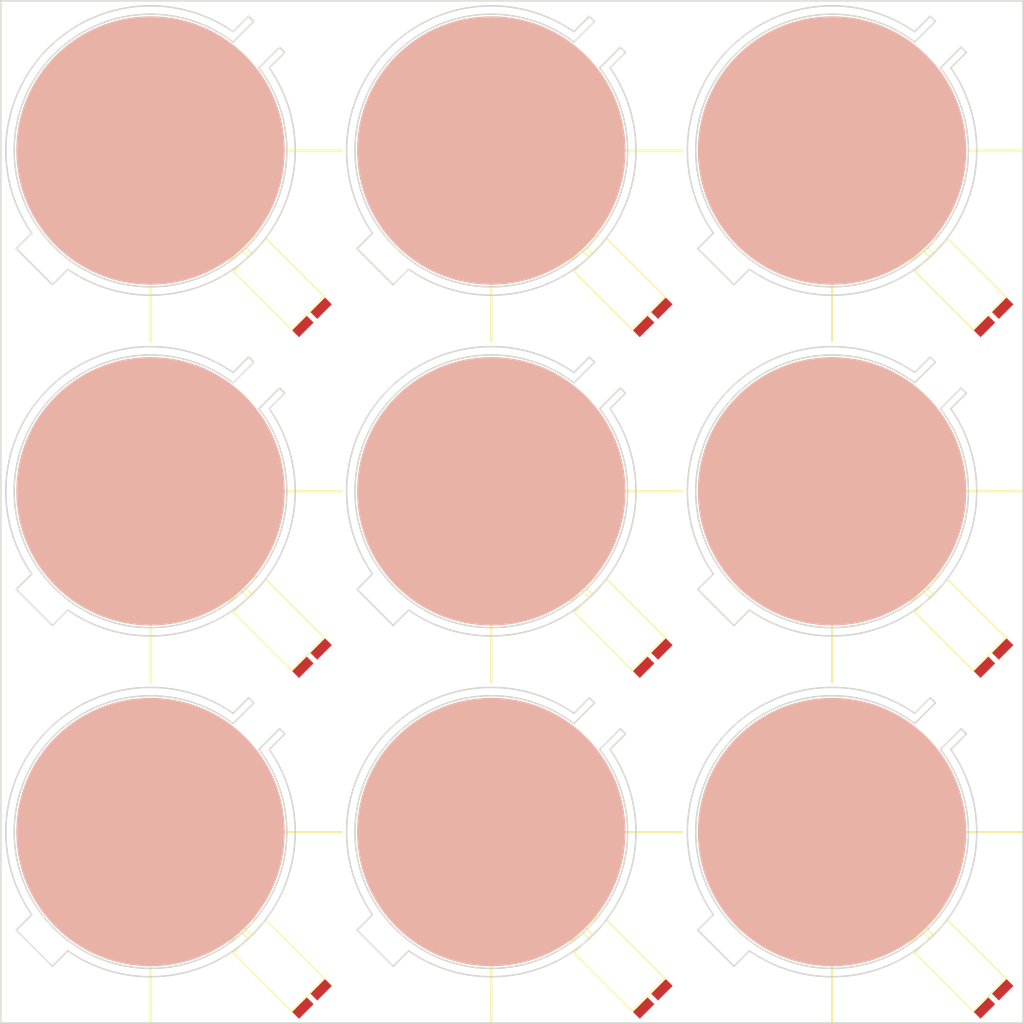
<source format=kicad_pcb>
(kicad_pcb (version 4) (host pcbnew 4.0.6)

  (general
    (links 0)
    (no_connects 0)
    (area 40.924999 30.924999 140.510725 131.028491)
    (thickness 1.6)
    (drawings 155)
    (tracks 0)
    (zones 0)
    (modules 9)
    (nets 1)
  )

  (page A4)
  (layers
    (0 F.Cu signal)
    (31 B.Cu signal)
    (32 B.Adhes user)
    (33 F.Adhes user)
    (34 B.Paste user)
    (35 F.Paste user)
    (36 B.SilkS user)
    (37 F.SilkS user)
    (38 B.Mask user)
    (39 F.Mask user)
    (40 Dwgs.User user)
    (41 Cmts.User user)
    (42 Eco1.User user)
    (43 Eco2.User user)
    (44 Edge.Cuts user)
    (45 Margin user)
    (46 B.CrtYd user)
    (47 F.CrtYd user)
    (48 B.Fab user)
    (49 F.Fab user)
  )

  (setup
    (last_trace_width 0.25)
    (trace_clearance 0.2)
    (zone_clearance 0.508)
    (zone_45_only no)
    (trace_min 0.2)
    (segment_width 0.2)
    (edge_width 0.15)
    (via_size 0.6)
    (via_drill 0.4)
    (via_min_size 0.4)
    (via_min_drill 0.3)
    (uvia_size 0.3)
    (uvia_drill 0.1)
    (uvias_allowed no)
    (uvia_min_size 0.2)
    (uvia_min_drill 0.1)
    (pcb_text_width 0.3)
    (pcb_text_size 1.5 1.5)
    (mod_edge_width 0.15)
    (mod_text_size 1 1)
    (mod_text_width 0.15)
    (pad_size 1.524 1.524)
    (pad_drill 0.762)
    (pad_to_mask_clearance 0.2)
    (aux_axis_origin 0 0)
    (visible_elements 7FFFFFFF)
    (pcbplotparams
      (layerselection 0x010f0_80000001)
      (usegerberextensions false)
      (excludeedgelayer true)
      (linewidth 0.100000)
      (plotframeref false)
      (viasonmask false)
      (mode 1)
      (useauxorigin false)
      (hpglpennumber 1)
      (hpglpenspeed 20)
      (hpglpendiameter 15)
      (hpglpenoverlay 2)
      (psnegative false)
      (psa4output false)
      (plotreference true)
      (plotvalue true)
      (plotinvisibletext false)
      (padsonsilk false)
      (subtractmaskfromsilk false)
      (outputformat 1)
      (mirror false)
      (drillshape 0)
      (scaleselection 1)
      (outputdirectory C:/Users/opeRaptor/Documents/GitHub/poi/gerber/))
  )

  (net 0 "")

  (net_class Default "This is the default net class."
    (clearance 0.2)
    (trace_width 0.25)
    (via_dia 0.6)
    (via_drill 0.4)
    (uvia_dia 0.3)
    (uvia_drill 0.1)
  )

  (module BamboulabFootprints:tinyMotor (layer F.Cu) (tedit 59557E54) (tstamp 5956AD7D)
    (at 130.398602 54.916369 45)
    (fp_text reference REF** (at 0 11 45) (layer F.SilkS) hide
      (effects (font (size 1 1) (thickness 0.15)))
    )
    (fp_text value tinyMotor (at -0.25 -5 45) (layer F.Fab)
      (effects (font (size 1 1) (thickness 0.15)))
    )
    (fp_line (start 1.75 -4) (end 1.75 0) (layer F.SilkS) (width 0.15))
    (fp_line (start -1.75 -4) (end 1.75 -4) (layer F.SilkS) (width 0.15))
    (fp_line (start -1.75 0) (end -1.75 -4) (layer F.SilkS) (width 0.15))
    (fp_line (start -0.25 1) (end -0.25 0) (layer F.SilkS) (width 0.15))
    (fp_line (start -2.25 9) (end -2.25 1) (layer F.SilkS) (width 0.15))
    (fp_line (start -2.25 9) (end 2.25 9) (layer F.SilkS) (width 0.15))
    (fp_line (start 2.25 9) (end 2.25 1) (layer F.SilkS) (width 0.15))
    (fp_line (start -2.25 1) (end 2.25 1) (layer F.SilkS) (width 0.15))
    (fp_line (start -1.75 0) (end 1.75 0) (layer F.SilkS) (width 0.15))
    (fp_line (start 0.25 1) (end 0.25 0) (layer F.SilkS) (width 0.15))
    (pad 1 smd rect (at -1.25 9.5 45) (size 2 1) (layers F.Cu F.Paste F.Mask))
    (pad 2 smd rect (at 1.25 9.5 45) (size 2 1) (layers F.Cu F.Paste F.Mask))
  )

  (module BamboulabFootprints:tinyMotor (layer F.Cu) (tedit 59557E54) (tstamp 5956ABD7)
    (at 97.398602 54.916369 45)
    (fp_text reference REF** (at 0 11 45) (layer F.SilkS) hide
      (effects (font (size 1 1) (thickness 0.15)))
    )
    (fp_text value tinyMotor (at -0.25 -5 45) (layer F.Fab)
      (effects (font (size 1 1) (thickness 0.15)))
    )
    (fp_line (start 1.75 -4) (end 1.75 0) (layer F.SilkS) (width 0.15))
    (fp_line (start -1.75 -4) (end 1.75 -4) (layer F.SilkS) (width 0.15))
    (fp_line (start -1.75 0) (end -1.75 -4) (layer F.SilkS) (width 0.15))
    (fp_line (start -0.25 1) (end -0.25 0) (layer F.SilkS) (width 0.15))
    (fp_line (start -2.25 9) (end -2.25 1) (layer F.SilkS) (width 0.15))
    (fp_line (start -2.25 9) (end 2.25 9) (layer F.SilkS) (width 0.15))
    (fp_line (start 2.25 9) (end 2.25 1) (layer F.SilkS) (width 0.15))
    (fp_line (start -2.25 1) (end 2.25 1) (layer F.SilkS) (width 0.15))
    (fp_line (start -1.75 0) (end 1.75 0) (layer F.SilkS) (width 0.15))
    (fp_line (start 0.25 1) (end 0.25 0) (layer F.SilkS) (width 0.15))
    (pad 1 smd rect (at -1.25 9.5 45) (size 2 1) (layers F.Cu F.Paste F.Mask))
    (pad 2 smd rect (at 1.25 9.5 45) (size 2 1) (layers F.Cu F.Paste F.Mask))
  )

  (module BamboulabFootprints:tinyMotor (layer F.Cu) (tedit 59557E54) (tstamp 5956ABB9)
    (at 64.398602 54.916369 45)
    (fp_text reference REF** (at 0 11 45) (layer F.SilkS) hide
      (effects (font (size 1 1) (thickness 0.15)))
    )
    (fp_text value tinyMotor (at -0.25 -5 45) (layer F.Fab)
      (effects (font (size 1 1) (thickness 0.15)))
    )
    (fp_line (start 1.75 -4) (end 1.75 0) (layer F.SilkS) (width 0.15))
    (fp_line (start -1.75 -4) (end 1.75 -4) (layer F.SilkS) (width 0.15))
    (fp_line (start -1.75 0) (end -1.75 -4) (layer F.SilkS) (width 0.15))
    (fp_line (start -0.25 1) (end -0.25 0) (layer F.SilkS) (width 0.15))
    (fp_line (start -2.25 9) (end -2.25 1) (layer F.SilkS) (width 0.15))
    (fp_line (start -2.25 9) (end 2.25 9) (layer F.SilkS) (width 0.15))
    (fp_line (start 2.25 9) (end 2.25 1) (layer F.SilkS) (width 0.15))
    (fp_line (start -2.25 1) (end 2.25 1) (layer F.SilkS) (width 0.15))
    (fp_line (start -1.75 0) (end 1.75 0) (layer F.SilkS) (width 0.15))
    (fp_line (start 0.25 1) (end 0.25 0) (layer F.SilkS) (width 0.15))
    (pad 1 smd rect (at -1.25 9.5 45) (size 2 1) (layers F.Cu F.Paste F.Mask))
    (pad 2 smd rect (at 1.25 9.5 45) (size 2 1) (layers F.Cu F.Paste F.Mask))
  )

  (module BamboulabFootprints:tinyMotor (layer F.Cu) (tedit 59557E54) (tstamp 5956AB9C)
    (at 64.398602 87.916369 45)
    (fp_text reference REF** (at 0 11 45) (layer F.SilkS) hide
      (effects (font (size 1 1) (thickness 0.15)))
    )
    (fp_text value tinyMotor (at -0.25 -5 45) (layer F.Fab)
      (effects (font (size 1 1) (thickness 0.15)))
    )
    (fp_line (start 1.75 -4) (end 1.75 0) (layer F.SilkS) (width 0.15))
    (fp_line (start -1.75 -4) (end 1.75 -4) (layer F.SilkS) (width 0.15))
    (fp_line (start -1.75 0) (end -1.75 -4) (layer F.SilkS) (width 0.15))
    (fp_line (start -0.25 1) (end -0.25 0) (layer F.SilkS) (width 0.15))
    (fp_line (start -2.25 9) (end -2.25 1) (layer F.SilkS) (width 0.15))
    (fp_line (start -2.25 9) (end 2.25 9) (layer F.SilkS) (width 0.15))
    (fp_line (start 2.25 9) (end 2.25 1) (layer F.SilkS) (width 0.15))
    (fp_line (start -2.25 1) (end 2.25 1) (layer F.SilkS) (width 0.15))
    (fp_line (start -1.75 0) (end 1.75 0) (layer F.SilkS) (width 0.15))
    (fp_line (start 0.25 1) (end 0.25 0) (layer F.SilkS) (width 0.15))
    (pad 1 smd rect (at -1.25 9.5 45) (size 2 1) (layers F.Cu F.Paste F.Mask))
    (pad 2 smd rect (at 1.25 9.5 45) (size 2 1) (layers F.Cu F.Paste F.Mask))
  )

  (module BamboulabFootprints:tinyMotor (layer F.Cu) (tedit 59557E54) (tstamp 5956AB8D)
    (at 97.398602 87.916369 45)
    (fp_text reference REF** (at 0 11 45) (layer F.SilkS) hide
      (effects (font (size 1 1) (thickness 0.15)))
    )
    (fp_text value tinyMotor (at -0.25 -5 45) (layer F.Fab)
      (effects (font (size 1 1) (thickness 0.15)))
    )
    (fp_line (start 1.75 -4) (end 1.75 0) (layer F.SilkS) (width 0.15))
    (fp_line (start -1.75 -4) (end 1.75 -4) (layer F.SilkS) (width 0.15))
    (fp_line (start -1.75 0) (end -1.75 -4) (layer F.SilkS) (width 0.15))
    (fp_line (start -0.25 1) (end -0.25 0) (layer F.SilkS) (width 0.15))
    (fp_line (start -2.25 9) (end -2.25 1) (layer F.SilkS) (width 0.15))
    (fp_line (start -2.25 9) (end 2.25 9) (layer F.SilkS) (width 0.15))
    (fp_line (start 2.25 9) (end 2.25 1) (layer F.SilkS) (width 0.15))
    (fp_line (start -2.25 1) (end 2.25 1) (layer F.SilkS) (width 0.15))
    (fp_line (start -1.75 0) (end 1.75 0) (layer F.SilkS) (width 0.15))
    (fp_line (start 0.25 1) (end 0.25 0) (layer F.SilkS) (width 0.15))
    (pad 1 smd rect (at -1.25 9.5 45) (size 2 1) (layers F.Cu F.Paste F.Mask))
    (pad 2 smd rect (at 1.25 9.5 45) (size 2 1) (layers F.Cu F.Paste F.Mask))
  )

  (module BamboulabFootprints:tinyMotor (layer F.Cu) (tedit 59557E54) (tstamp 5956AB7E)
    (at 130.398602 87.916369 45)
    (fp_text reference REF** (at 0 11 45) (layer F.SilkS) hide
      (effects (font (size 1 1) (thickness 0.15)))
    )
    (fp_text value tinyMotor (at -0.25 -5 45) (layer F.Fab)
      (effects (font (size 1 1) (thickness 0.15)))
    )
    (fp_line (start 1.75 -4) (end 1.75 0) (layer F.SilkS) (width 0.15))
    (fp_line (start -1.75 -4) (end 1.75 -4) (layer F.SilkS) (width 0.15))
    (fp_line (start -1.75 0) (end -1.75 -4) (layer F.SilkS) (width 0.15))
    (fp_line (start -0.25 1) (end -0.25 0) (layer F.SilkS) (width 0.15))
    (fp_line (start -2.25 9) (end -2.25 1) (layer F.SilkS) (width 0.15))
    (fp_line (start -2.25 9) (end 2.25 9) (layer F.SilkS) (width 0.15))
    (fp_line (start 2.25 9) (end 2.25 1) (layer F.SilkS) (width 0.15))
    (fp_line (start -2.25 1) (end 2.25 1) (layer F.SilkS) (width 0.15))
    (fp_line (start -1.75 0) (end 1.75 0) (layer F.SilkS) (width 0.15))
    (fp_line (start 0.25 1) (end 0.25 0) (layer F.SilkS) (width 0.15))
    (pad 1 smd rect (at -1.25 9.5 45) (size 2 1) (layers F.Cu F.Paste F.Mask))
    (pad 2 smd rect (at 1.25 9.5 45) (size 2 1) (layers F.Cu F.Paste F.Mask))
  )

  (module BamboulabFootprints:tinyMotor (layer F.Cu) (tedit 59557E54) (tstamp 5956AB5D)
    (at 64.398602 120.916369 45)
    (fp_text reference REF** (at 0 11 45) (layer F.SilkS) hide
      (effects (font (size 1 1) (thickness 0.15)))
    )
    (fp_text value tinyMotor (at -0.25 -5 45) (layer F.Fab)
      (effects (font (size 1 1) (thickness 0.15)))
    )
    (fp_line (start 1.75 -4) (end 1.75 0) (layer F.SilkS) (width 0.15))
    (fp_line (start -1.75 -4) (end 1.75 -4) (layer F.SilkS) (width 0.15))
    (fp_line (start -1.75 0) (end -1.75 -4) (layer F.SilkS) (width 0.15))
    (fp_line (start -0.25 1) (end -0.25 0) (layer F.SilkS) (width 0.15))
    (fp_line (start -2.25 9) (end -2.25 1) (layer F.SilkS) (width 0.15))
    (fp_line (start -2.25 9) (end 2.25 9) (layer F.SilkS) (width 0.15))
    (fp_line (start 2.25 9) (end 2.25 1) (layer F.SilkS) (width 0.15))
    (fp_line (start -2.25 1) (end 2.25 1) (layer F.SilkS) (width 0.15))
    (fp_line (start -1.75 0) (end 1.75 0) (layer F.SilkS) (width 0.15))
    (fp_line (start 0.25 1) (end 0.25 0) (layer F.SilkS) (width 0.15))
    (pad 1 smd rect (at -1.25 9.5 45) (size 2 1) (layers F.Cu F.Paste F.Mask))
    (pad 2 smd rect (at 1.25 9.5 45) (size 2 1) (layers F.Cu F.Paste F.Mask))
  )

  (module BamboulabFootprints:tinyMotor (layer F.Cu) (tedit 59557E54) (tstamp 5956AB4A)
    (at 97.398602 120.916369 45)
    (fp_text reference REF** (at 0 11 45) (layer F.SilkS) hide
      (effects (font (size 1 1) (thickness 0.15)))
    )
    (fp_text value tinyMotor (at -0.25 -5 45) (layer F.Fab)
      (effects (font (size 1 1) (thickness 0.15)))
    )
    (fp_line (start 1.75 -4) (end 1.75 0) (layer F.SilkS) (width 0.15))
    (fp_line (start -1.75 -4) (end 1.75 -4) (layer F.SilkS) (width 0.15))
    (fp_line (start -1.75 0) (end -1.75 -4) (layer F.SilkS) (width 0.15))
    (fp_line (start -0.25 1) (end -0.25 0) (layer F.SilkS) (width 0.15))
    (fp_line (start -2.25 9) (end -2.25 1) (layer F.SilkS) (width 0.15))
    (fp_line (start -2.25 9) (end 2.25 9) (layer F.SilkS) (width 0.15))
    (fp_line (start 2.25 9) (end 2.25 1) (layer F.SilkS) (width 0.15))
    (fp_line (start -2.25 1) (end 2.25 1) (layer F.SilkS) (width 0.15))
    (fp_line (start -1.75 0) (end 1.75 0) (layer F.SilkS) (width 0.15))
    (fp_line (start 0.25 1) (end 0.25 0) (layer F.SilkS) (width 0.15))
    (pad 1 smd rect (at -1.25 9.5 45) (size 2 1) (layers F.Cu F.Paste F.Mask))
    (pad 2 smd rect (at 1.25 9.5 45) (size 2 1) (layers F.Cu F.Paste F.Mask))
  )

  (module BamboulabFootprints:tinyMotor (layer F.Cu) (tedit 59557E54) (tstamp 59557654)
    (at 130.398602 120.916369 45)
    (fp_text reference REF** (at 0 11 45) (layer F.SilkS) hide
      (effects (font (size 1 1) (thickness 0.15)))
    )
    (fp_text value tinyMotor (at -0.25 -5 45) (layer F.Fab)
      (effects (font (size 1 1) (thickness 0.15)))
    )
    (fp_line (start 1.75 -4) (end 1.75 0) (layer F.SilkS) (width 0.15))
    (fp_line (start -1.75 -4) (end 1.75 -4) (layer F.SilkS) (width 0.15))
    (fp_line (start -1.75 0) (end -1.75 -4) (layer F.SilkS) (width 0.15))
    (fp_line (start -0.25 1) (end -0.25 0) (layer F.SilkS) (width 0.15))
    (fp_line (start -2.25 9) (end -2.25 1) (layer F.SilkS) (width 0.15))
    (fp_line (start -2.25 9) (end 2.25 9) (layer F.SilkS) (width 0.15))
    (fp_line (start 2.25 9) (end 2.25 1) (layer F.SilkS) (width 0.15))
    (fp_line (start -2.25 1) (end 2.25 1) (layer F.SilkS) (width 0.15))
    (fp_line (start -1.75 0) (end 1.75 0) (layer F.SilkS) (width 0.15))
    (fp_line (start 0.25 1) (end 0.25 0) (layer F.SilkS) (width 0.15))
    (pad 1 smd rect (at -1.25 9.5 45) (size 2 1) (layers F.Cu F.Paste F.Mask))
    (pad 2 smd rect (at 1.25 9.5 45) (size 2 1) (layers F.Cu F.Paste F.Mask))
  )

  (gr_circle (center 55.5 111.5) (end 62 111.5) (layer B.SilkS) (width 13) (tstamp 595A9DB4))
  (gr_circle (center 55.5 78.5) (end 62 78.5) (layer B.SilkS) (width 13) (tstamp 595A9DB3))
  (gr_circle (center 55.5 45.5) (end 62 45.5) (layer B.SilkS) (width 13) (tstamp 595A9DB2))
  (gr_circle (center 88.5 45.5) (end 95 45.5) (layer B.SilkS) (width 13) (tstamp 595A9DB1))
  (gr_circle (center 88.5 78.5) (end 95 78.5) (layer B.SilkS) (width 13) (tstamp 595A9DB0))
  (gr_circle (center 88.5 111.5) (end 95 111.5) (layer B.SilkS) (width 13) (tstamp 595A9DAF))
  (gr_circle (center 121.5 111.5) (end 128 111.5) (layer B.SilkS) (width 13) (tstamp 595A9DAE))
  (gr_circle (center 121.5 78.5) (end 128 78.5) (layer B.SilkS) (width 13) (tstamp 595A9DAD))
  (gr_circle (center 121.5 45.5) (end 128 45.5) (layer B.SilkS) (width 13) (tstamp 595A9DAC))
  (gr_line (start 68 101.5) (end 68.5 102) (layer Edge.Cuts) (width 0.15) (tstamp 595A9DA8))
  (gr_line (start 65 98.5) (end 65.5 99) (layer Edge.Cuts) (width 0.15) (tstamp 595A9DA7))
  (gr_line (start 68.5 102) (end 67 103.5) (layer Edge.Cuts) (width 0.15) (tstamp 595A9DA6))
  (gr_line (start 66 103.5) (end 68 101.5) (layer Edge.Cuts) (width 0.15) (tstamp 595A9DA5))
  (gr_arc (start 55.5 111.5) (end 67 103.5) (angle 159.6489773) (layer Edge.Cuts) (width 0.15) (tstamp 595A9DA4))
  (gr_line (start 65.5 99) (end 63.5 101) (layer Edge.Cuts) (width 0.15) (tstamp 595A9DA3))
  (gr_line (start 63.5 100) (end 65 98.5) (layer Edge.Cuts) (width 0.15) (tstamp 595A9DA2))
  (gr_arc (start 55.5 111.5) (end 66 103.5) (angle 344.6078966) (layer Edge.Cuts) (width 0.15) (tstamp 595A9DA1))
  (gr_line (start 46 124.5) (end 42.5 121) (layer Edge.Cuts) (width 0.15) (tstamp 595A9DA0))
  (gr_line (start 42.5 121) (end 44 119.5) (layer Edge.Cuts) (width 0.15) (tstamp 595A9D9F))
  (gr_arc (start 55.5 111.5) (end 44 119.5) (angle 159.6489783) (layer Edge.Cuts) (width 0.15) (tstamp 595A9D9E))
  (gr_line (start 47.5 123) (end 46 124.5) (layer Edge.Cuts) (width 0.15) (tstamp 595A9D9D))
  (gr_line (start 55.5 111.5) (end 74 111.5) (layer F.SilkS) (width 0.2) (tstamp 595A9D9C))
  (gr_line (start 55.5 130) (end 55.5 111.5) (layer F.SilkS) (width 0.2) (tstamp 595A9D9B))
  (gr_line (start 68 68.5) (end 68.5 69) (layer Edge.Cuts) (width 0.15) (tstamp 595A9D9A))
  (gr_line (start 65 65.5) (end 65.5 66) (layer Edge.Cuts) (width 0.15) (tstamp 595A9D99))
  (gr_line (start 68.5 69) (end 67 70.5) (layer Edge.Cuts) (width 0.15) (tstamp 595A9D98))
  (gr_line (start 66 70.5) (end 68 68.5) (layer Edge.Cuts) (width 0.15) (tstamp 595A9D97))
  (gr_arc (start 55.5 78.5) (end 67 70.5) (angle 159.6489773) (layer Edge.Cuts) (width 0.15) (tstamp 595A9D96))
  (gr_line (start 65.5 66) (end 63.5 68) (layer Edge.Cuts) (width 0.15) (tstamp 595A9D95))
  (gr_line (start 63.5 67) (end 65 65.5) (layer Edge.Cuts) (width 0.15) (tstamp 595A9D94))
  (gr_arc (start 55.5 78.5) (end 66 70.5) (angle 344.6078966) (layer Edge.Cuts) (width 0.15) (tstamp 595A9D93))
  (gr_line (start 46 91.5) (end 42.5 88) (layer Edge.Cuts) (width 0.15) (tstamp 595A9D92))
  (gr_line (start 42.5 88) (end 44 86.5) (layer Edge.Cuts) (width 0.15) (tstamp 595A9D91))
  (gr_arc (start 55.5 78.5) (end 44 86.5) (angle 159.6489783) (layer Edge.Cuts) (width 0.15) (tstamp 595A9D90))
  (gr_line (start 47.5 90) (end 46 91.5) (layer Edge.Cuts) (width 0.15) (tstamp 595A9D8F))
  (gr_line (start 55.5 78.5) (end 74 78.5) (layer F.SilkS) (width 0.2) (tstamp 595A9D8E))
  (gr_line (start 55.5 97) (end 55.5 78.5) (layer F.SilkS) (width 0.2) (tstamp 595A9D8D))
  (gr_line (start 68 35.5) (end 68.5 36) (layer Edge.Cuts) (width 0.15) (tstamp 595A9D8C))
  (gr_line (start 65 32.5) (end 65.5 33) (layer Edge.Cuts) (width 0.15) (tstamp 595A9D8B))
  (gr_line (start 68.5 36) (end 67 37.5) (layer Edge.Cuts) (width 0.15) (tstamp 595A9D8A))
  (gr_line (start 66 37.5) (end 68 35.5) (layer Edge.Cuts) (width 0.15) (tstamp 595A9D89))
  (gr_arc (start 55.5 45.5) (end 67 37.5) (angle 159.6489773) (layer Edge.Cuts) (width 0.15) (tstamp 595A9D88))
  (gr_line (start 65.5 33) (end 63.5 35) (layer Edge.Cuts) (width 0.15) (tstamp 595A9D87))
  (gr_line (start 63.5 34) (end 65 32.5) (layer Edge.Cuts) (width 0.15) (tstamp 595A9D86))
  (gr_arc (start 55.5 45.5) (end 66 37.5) (angle 344.6078966) (layer Edge.Cuts) (width 0.15) (tstamp 595A9D85))
  (gr_line (start 46 58.5) (end 42.5 55) (layer Edge.Cuts) (width 0.15) (tstamp 595A9D84))
  (gr_line (start 42.5 55) (end 44 53.5) (layer Edge.Cuts) (width 0.15) (tstamp 595A9D83))
  (gr_arc (start 55.5 45.5) (end 44 53.5) (angle 159.6489783) (layer Edge.Cuts) (width 0.15) (tstamp 595A9D82))
  (gr_line (start 47.5 57) (end 46 58.5) (layer Edge.Cuts) (width 0.15) (tstamp 595A9D81))
  (gr_line (start 55.5 45.5) (end 74 45.5) (layer F.SilkS) (width 0.2) (tstamp 595A9D80))
  (gr_line (start 55.5 64) (end 55.5 45.5) (layer F.SilkS) (width 0.2) (tstamp 595A9D7F))
  (gr_line (start 101 35.5) (end 101.5 36) (layer Edge.Cuts) (width 0.15) (tstamp 595A9D7E))
  (gr_line (start 98 32.5) (end 98.5 33) (layer Edge.Cuts) (width 0.15) (tstamp 595A9D7D))
  (gr_line (start 101.5 36) (end 100 37.5) (layer Edge.Cuts) (width 0.15) (tstamp 595A9D7C))
  (gr_line (start 99 37.5) (end 101 35.5) (layer Edge.Cuts) (width 0.15) (tstamp 595A9D7B))
  (gr_arc (start 88.5 45.5) (end 100 37.5) (angle 159.6489773) (layer Edge.Cuts) (width 0.15) (tstamp 595A9D7A))
  (gr_line (start 98.5 33) (end 96.5 35) (layer Edge.Cuts) (width 0.15) (tstamp 595A9D79))
  (gr_line (start 96.5 34) (end 98 32.5) (layer Edge.Cuts) (width 0.15) (tstamp 595A9D78))
  (gr_arc (start 88.5 45.5) (end 99 37.5) (angle 344.6078966) (layer Edge.Cuts) (width 0.15) (tstamp 595A9D77))
  (gr_line (start 79 58.5) (end 75.5 55) (layer Edge.Cuts) (width 0.15) (tstamp 595A9D76))
  (gr_line (start 75.5 55) (end 77 53.5) (layer Edge.Cuts) (width 0.15) (tstamp 595A9D75))
  (gr_arc (start 88.5 45.5) (end 77 53.5) (angle 159.6489783) (layer Edge.Cuts) (width 0.15) (tstamp 595A9D74))
  (gr_line (start 80.5 57) (end 79 58.5) (layer Edge.Cuts) (width 0.15) (tstamp 595A9D73))
  (gr_line (start 88.5 45.5) (end 107 45.5) (layer F.SilkS) (width 0.2) (tstamp 595A9D72))
  (gr_line (start 88.5 64) (end 88.5 45.5) (layer F.SilkS) (width 0.2) (tstamp 595A9D71))
  (gr_line (start 101 68.5) (end 101.5 69) (layer Edge.Cuts) (width 0.15) (tstamp 595A9D70))
  (gr_line (start 98 65.5) (end 98.5 66) (layer Edge.Cuts) (width 0.15) (tstamp 595A9D6F))
  (gr_line (start 101.5 69) (end 100 70.5) (layer Edge.Cuts) (width 0.15) (tstamp 595A9D6E))
  (gr_line (start 99 70.5) (end 101 68.5) (layer Edge.Cuts) (width 0.15) (tstamp 595A9D6D))
  (gr_arc (start 88.5 78.5) (end 100 70.5) (angle 159.6489773) (layer Edge.Cuts) (width 0.15) (tstamp 595A9D6C))
  (gr_line (start 98.5 66) (end 96.5 68) (layer Edge.Cuts) (width 0.15) (tstamp 595A9D6B))
  (gr_line (start 96.5 67) (end 98 65.5) (layer Edge.Cuts) (width 0.15) (tstamp 595A9D6A))
  (gr_arc (start 88.5 78.5) (end 99 70.5) (angle 344.6078966) (layer Edge.Cuts) (width 0.15) (tstamp 595A9D69))
  (gr_line (start 79 91.5) (end 75.5 88) (layer Edge.Cuts) (width 0.15) (tstamp 595A9D68))
  (gr_line (start 75.5 88) (end 77 86.5) (layer Edge.Cuts) (width 0.15) (tstamp 595A9D67))
  (gr_arc (start 88.5 78.5) (end 77 86.5) (angle 159.6489783) (layer Edge.Cuts) (width 0.15) (tstamp 595A9D66))
  (gr_line (start 80.5 90) (end 79 91.5) (layer Edge.Cuts) (width 0.15) (tstamp 595A9D65))
  (gr_line (start 88.5 78.5) (end 107 78.5) (layer F.SilkS) (width 0.2) (tstamp 595A9D64))
  (gr_line (start 88.5 97) (end 88.5 78.5) (layer F.SilkS) (width 0.2) (tstamp 595A9D63))
  (gr_line (start 101 101.5) (end 101.5 102) (layer Edge.Cuts) (width 0.15) (tstamp 595A9D62))
  (gr_line (start 98 98.5) (end 98.5 99) (layer Edge.Cuts) (width 0.15) (tstamp 595A9D61))
  (gr_line (start 101.5 102) (end 100 103.5) (layer Edge.Cuts) (width 0.15) (tstamp 595A9D60))
  (gr_line (start 99 103.5) (end 101 101.5) (layer Edge.Cuts) (width 0.15) (tstamp 595A9D5F))
  (gr_arc (start 88.5 111.5) (end 100 103.5) (angle 159.6489773) (layer Edge.Cuts) (width 0.15) (tstamp 595A9D5E))
  (gr_line (start 98.5 99) (end 96.5 101) (layer Edge.Cuts) (width 0.15) (tstamp 595A9D5D))
  (gr_line (start 96.5 100) (end 98 98.5) (layer Edge.Cuts) (width 0.15) (tstamp 595A9D5C))
  (gr_arc (start 88.5 111.5) (end 99 103.5) (angle 344.6078966) (layer Edge.Cuts) (width 0.15) (tstamp 595A9D5B))
  (gr_line (start 79 124.5) (end 75.5 121) (layer Edge.Cuts) (width 0.15) (tstamp 595A9D5A))
  (gr_line (start 75.5 121) (end 77 119.5) (layer Edge.Cuts) (width 0.15) (tstamp 595A9D59))
  (gr_arc (start 88.5 111.5) (end 77 119.5) (angle 159.6489783) (layer Edge.Cuts) (width 0.15) (tstamp 595A9D58))
  (gr_line (start 80.5 123) (end 79 124.5) (layer Edge.Cuts) (width 0.15) (tstamp 595A9D57))
  (gr_line (start 88.5 111.5) (end 107 111.5) (layer F.SilkS) (width 0.2) (tstamp 595A9D56))
  (gr_line (start 88.5 130) (end 88.5 111.5) (layer F.SilkS) (width 0.2) (tstamp 595A9D55))
  (gr_line (start 134 101.5) (end 134.5 102) (layer Edge.Cuts) (width 0.15) (tstamp 595A9D54))
  (gr_line (start 131 98.5) (end 131.5 99) (layer Edge.Cuts) (width 0.15) (tstamp 595A9D53))
  (gr_line (start 134.5 102) (end 133 103.5) (layer Edge.Cuts) (width 0.15) (tstamp 595A9D52))
  (gr_line (start 132 103.5) (end 134 101.5) (layer Edge.Cuts) (width 0.15) (tstamp 595A9D51))
  (gr_arc (start 121.5 111.5) (end 133 103.5) (angle 159.6489773) (layer Edge.Cuts) (width 0.15) (tstamp 595A9D50))
  (gr_line (start 131.5 99) (end 129.5 101) (layer Edge.Cuts) (width 0.15) (tstamp 595A9D4F))
  (gr_line (start 129.5 100) (end 131 98.5) (layer Edge.Cuts) (width 0.15) (tstamp 595A9D4E))
  (gr_arc (start 121.5 111.5) (end 132 103.5) (angle 344.6078966) (layer Edge.Cuts) (width 0.15) (tstamp 595A9D4D))
  (gr_line (start 112 124.5) (end 108.5 121) (layer Edge.Cuts) (width 0.15) (tstamp 595A9D4C))
  (gr_line (start 108.5 121) (end 110 119.5) (layer Edge.Cuts) (width 0.15) (tstamp 595A9D4B))
  (gr_arc (start 121.5 111.5) (end 110 119.5) (angle 159.6489783) (layer Edge.Cuts) (width 0.15) (tstamp 595A9D4A))
  (gr_line (start 113.5 123) (end 112 124.5) (layer Edge.Cuts) (width 0.15) (tstamp 595A9D49))
  (gr_line (start 121.5 111.5) (end 140 111.5) (layer F.SilkS) (width 0.2) (tstamp 595A9D48))
  (gr_line (start 121.5 130) (end 121.5 111.5) (layer F.SilkS) (width 0.2) (tstamp 595A9D47))
  (gr_line (start 134 68.5) (end 134.5 69) (layer Edge.Cuts) (width 0.15) (tstamp 595A9D46))
  (gr_line (start 131 65.5) (end 131.5 66) (layer Edge.Cuts) (width 0.15) (tstamp 595A9D45))
  (gr_line (start 134.5 69) (end 133 70.5) (layer Edge.Cuts) (width 0.15) (tstamp 595A9D44))
  (gr_line (start 132 70.5) (end 134 68.5) (layer Edge.Cuts) (width 0.15) (tstamp 595A9D43))
  (gr_arc (start 121.5 78.5) (end 133 70.5) (angle 159.6489773) (layer Edge.Cuts) (width 0.15) (tstamp 595A9D42))
  (gr_line (start 131.5 66) (end 129.5 68) (layer Edge.Cuts) (width 0.15) (tstamp 595A9D41))
  (gr_line (start 129.5 67) (end 131 65.5) (layer Edge.Cuts) (width 0.15) (tstamp 595A9D40))
  (gr_arc (start 121.5 78.5) (end 132 70.5) (angle 344.6078966) (layer Edge.Cuts) (width 0.15) (tstamp 595A9D3F))
  (gr_line (start 112 91.5) (end 108.5 88) (layer Edge.Cuts) (width 0.15) (tstamp 595A9D3E))
  (gr_line (start 108.5 88) (end 110 86.5) (layer Edge.Cuts) (width 0.15) (tstamp 595A9D3D))
  (gr_arc (start 121.5 78.5) (end 110 86.5) (angle 159.6489783) (layer Edge.Cuts) (width 0.15) (tstamp 595A9D3C))
  (gr_line (start 113.5 90) (end 112 91.5) (layer Edge.Cuts) (width 0.15) (tstamp 595A9D3B))
  (gr_line (start 121.5 78.5) (end 140 78.5) (layer F.SilkS) (width 0.2) (tstamp 595A9D3A))
  (gr_line (start 121.5 97) (end 121.5 78.5) (layer F.SilkS) (width 0.2) (tstamp 595A9D39))
  (gr_arc (start 121.5 45.5) (end 132 37.5) (angle 344.6078966) (layer Edge.Cuts) (width 0.15) (tstamp 5956CFB9))
  (gr_line (start 134.5 36) (end 133 37.5) (layer Edge.Cuts) (width 0.15) (tstamp 5956CFC2))
  (gr_line (start 131 32.5) (end 131.5 33) (layer Edge.Cuts) (width 0.15) (tstamp 5956CFC1))
  (gr_line (start 134 35.5) (end 134.5 36) (layer Edge.Cuts) (width 0.15) (tstamp 5956CFC0))
  (gr_line (start 132 37.5) (end 134 35.5) (layer Edge.Cuts) (width 0.15) (tstamp 5956CFBF))
  (gr_line (start 131.5 33) (end 129.5 35) (layer Edge.Cuts) (width 0.15) (tstamp 5956CFBE))
  (gr_line (start 129.5 34) (end 131 32.5) (layer Edge.Cuts) (width 0.15) (tstamp 5956CFBD))
  (gr_arc (start 121.5 45.5) (end 110 53.5) (angle 159.6489783) (layer Edge.Cuts) (width 0.15) (tstamp 5956CFBA))
  (gr_arc (start 121.5 45.5) (end 133 37.5) (angle 159.6489773) (layer Edge.Cuts) (width 0.15) (tstamp 5956CFBC))
  (gr_line (start 112 58.5) (end 108.5 55) (layer Edge.Cuts) (width 0.15) (tstamp 5956CFB8))
  (gr_line (start 113.5 57) (end 112 58.5) (layer Edge.Cuts) (width 0.15) (tstamp 5956CFBB))
  (gr_line (start 108.5 55) (end 110 53.5) (layer Edge.Cuts) (width 0.15) (tstamp 5956CFB7))
  (gr_line (start 121.5 64) (end 121.5 45.5) (layer F.SilkS) (width 0.2) (tstamp 5956CFB6))
  (gr_line (start 121.5 45.5) (end 140 45.5) (layer F.SilkS) (width 0.2) (tstamp 5956CFB5))
  (gr_line (start 55.5 45.5) (end 74 45.5) (layer F.SilkS) (width 0.2) (tstamp 5956ABB7))
  (gr_line (start 121.5 78.5) (end 140 78.5) (layer F.SilkS) (width 0.2) (tstamp 5956AB72))
  (gr_line (start 41 31) (end 140 31) (layer Edge.Cuts) (width 0.15) (tstamp 5956ABEE))
  (gr_line (start 55.5 64) (end 55.5 45.5) (layer F.SilkS) (width 0.2) (tstamp 5956ABB6))
  (gr_line (start 88.5 64) (end 88.5 45.5) (layer F.SilkS) (width 0.2) (tstamp 5956ABB2))
  (gr_line (start 88.5 45.5) (end 107 45.5) (layer F.SilkS) (width 0.2) (tstamp 5956ABB1))
  (gr_line (start 55.5 78.5) (end 74 78.5) (layer F.SilkS) (width 0.2) (tstamp 5956AB7D))
  (gr_line (start 55.5 97) (end 55.5 78.5) (layer F.SilkS) (width 0.2) (tstamp 5956AB7A))
  (gr_line (start 88.5 97) (end 88.5 78.5) (layer F.SilkS) (width 0.2) (tstamp 5956AB78))
  (gr_line (start 88.5 78.5) (end 107 78.5) (layer F.SilkS) (width 0.2) (tstamp 5956AB77))
  (gr_line (start 121.5 97) (end 121.5 78.5) (layer F.SilkS) (width 0.2) (tstamp 5956AB73))
  (gr_line (start 55.5 130) (end 55.5 111.5) (layer F.SilkS) (width 0.2) (tstamp 5956AB5B))
  (gr_line (start 55.5 111.5) (end 74 111.5) (layer F.SilkS) (width 0.2) (tstamp 5956AB59))
  (gr_line (start 88.5 130) (end 88.5 111.5) (layer F.SilkS) (width 0.2) (tstamp 5956AB48))
  (gr_line (start 88.5 111.5) (end 107 111.5) (layer F.SilkS) (width 0.2) (tstamp 5956AB46))
  (gr_line (start 41 130) (end 41 31) (layer Edge.Cuts) (width 0.15) (tstamp 594FF0C9))
  (gr_line (start 121.5 130) (end 121.5 111.5) (layer F.SilkS) (width 0.2) (tstamp 5956A0EC))
  (gr_line (start 121.5 111.5) (end 140 111.5) (layer F.SilkS) (width 0.2) (tstamp 59569F26))
  (gr_line (start 41 130) (end 140 130) (layer Edge.Cuts) (width 0.15) (tstamp 594FF0CF))
  (gr_line (start 140 130) (end 140 31) (layer Edge.Cuts) (width 0.15) (tstamp 594FF0C8))

)

</source>
